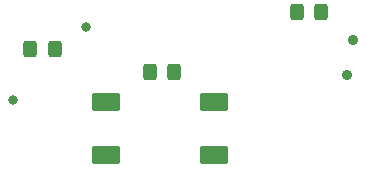
<source format=gbr>
%TF.GenerationSoftware,KiCad,Pcbnew,7.0.10*%
%TF.CreationDate,2024-01-29T00:00:28+02:00*%
%TF.ProjectId,RamenTimer_ki7,52616d65-6e54-4696-9d65-725f6b69372e,rev?*%
%TF.SameCoordinates,Original*%
%TF.FileFunction,Soldermask,Bot*%
%TF.FilePolarity,Negative*%
%FSLAX46Y46*%
G04 Gerber Fmt 4.6, Leading zero omitted, Abs format (unit mm)*
G04 Created by KiCad (PCBNEW 7.0.10) date 2024-01-29 00:00:28*
%MOMM*%
%LPD*%
G01*
G04 APERTURE LIST*
G04 Aperture macros list*
%AMRoundRect*
0 Rectangle with rounded corners*
0 $1 Rounding radius*
0 $2 $3 $4 $5 $6 $7 $8 $9 X,Y pos of 4 corners*
0 Add a 4 corners polygon primitive as box body*
4,1,4,$2,$3,$4,$5,$6,$7,$8,$9,$2,$3,0*
0 Add four circle primitives for the rounded corners*
1,1,$1+$1,$2,$3*
1,1,$1+$1,$4,$5*
1,1,$1+$1,$6,$7*
1,1,$1+$1,$8,$9*
0 Add four rect primitives between the rounded corners*
20,1,$1+$1,$2,$3,$4,$5,0*
20,1,$1+$1,$4,$5,$6,$7,0*
20,1,$1+$1,$6,$7,$8,$9,0*
20,1,$1+$1,$8,$9,$2,$3,0*%
G04 Aperture macros list end*
%ADD10C,0.800000*%
%ADD11RoundRect,0.102000X1.050000X0.700000X-1.050000X0.700000X-1.050000X-0.700000X1.050000X-0.700000X0*%
%ADD12C,0.900000*%
%ADD13RoundRect,0.250000X0.325000X0.450000X-0.325000X0.450000X-0.325000X-0.450000X0.325000X-0.450000X0*%
G04 APERTURE END LIST*
D10*
%TO.C,LS1*%
X141370000Y-110966331D03*
X147517000Y-104819331D03*
%TD*%
D11*
%TO.C,SW2*%
X158334500Y-111135000D03*
X149234500Y-111135000D03*
X158334500Y-115685000D03*
X149234500Y-115685000D03*
%TD*%
D12*
%TO.C,SW1*%
X169570000Y-108870000D03*
X170090944Y-105915576D03*
%TD*%
D13*
%TO.C,D3*%
X167392500Y-103510000D03*
X165342500Y-103510000D03*
%TD*%
%TO.C,D2*%
X154960000Y-108580000D03*
X152910000Y-108580000D03*
%TD*%
%TO.C,D1*%
X142800000Y-106690000D03*
X144850000Y-106690000D03*
%TD*%
M02*

</source>
